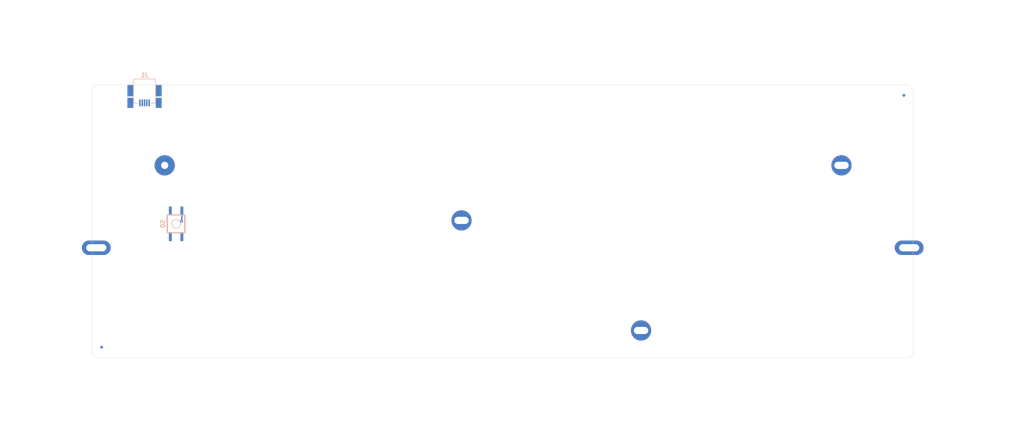
<source format=kicad_pcb>
(kicad_pcb (version 20171130) (host pcbnew "(6.0.0-rc1-dev-1469-g932b9a334)")

  (general
    (thickness 1.6)
    (drawings 22)
    (tracks 2)
    (zones 0)
    (modules 10)
    (nets 1)
  )

  (page A4)
  (layers
    (0 F.Cu signal)
    (31 B.Cu signal)
    (32 B.Adhes user)
    (33 F.Adhes user)
    (34 B.Paste user)
    (35 F.Paste user)
    (36 B.SilkS user)
    (37 F.SilkS user)
    (38 B.Mask user)
    (39 F.Mask user)
    (40 Dwgs.User user)
    (41 Cmts.User user)
    (42 Eco1.User user)
    (43 Eco2.User user)
    (44 Edge.Cuts user)
    (45 Margin user)
    (46 B.CrtYd user)
    (47 F.CrtYd user)
    (48 B.Fab user)
    (49 F.Fab user)
  )

  (setup
    (last_trace_width 0.25)
    (trace_clearance 0.2)
    (zone_clearance 0.508)
    (zone_45_only no)
    (trace_min 0.2)
    (via_size 0.8)
    (via_drill 0.4)
    (via_min_size 0.4)
    (via_min_drill 0.3)
    (uvia_size 0.3)
    (uvia_drill 0.1)
    (uvias_allowed no)
    (uvia_min_size 0.2)
    (uvia_min_drill 0.1)
    (edge_width 0.05)
    (segment_width 0.2)
    (pcb_text_width 0.3)
    (pcb_text_size 1.5 1.5)
    (mod_edge_width 0.12)
    (mod_text_size 1 1)
    (mod_text_width 0.15)
    (pad_size 1.524 1.524)
    (pad_drill 0.762)
    (pad_to_mask_clearance 0.051)
    (solder_mask_min_width 0.25)
    (aux_axis_origin 0 0)
    (visible_elements FFFFFF7F)
    (pcbplotparams
      (layerselection 0x010fc_ffffffff)
      (usegerberextensions false)
      (usegerberattributes false)
      (usegerberadvancedattributes false)
      (creategerberjobfile false)
      (excludeedgelayer true)
      (linewidth 0.100000)
      (plotframeref false)
      (viasonmask false)
      (mode 1)
      (useauxorigin false)
      (hpglpennumber 1)
      (hpglpenspeed 20)
      (hpglpendiameter 15.000000)
      (psnegative false)
      (psa4output false)
      (plotreference true)
      (plotvalue true)
      (plotinvisibletext false)
      (padsonsilk false)
      (subtractmaskfromsilk false)
      (outputformat 1)
      (mirror false)
      (drillshape 1)
      (scaleselection 1)
      (outputdirectory ""))
  )

  (net 0 "")

  (net_class Default "This is the default net class."
    (clearance 0.2)
    (trace_width 0.25)
    (via_dia 0.8)
    (via_drill 0.4)
    (uvia_dia 0.3)
    (uvia_drill 0.1)
  )

  (module dtsm:KSEM31GLFS (layer B.Cu) (tedit 56D0DB93) (tstamp 5D00489F)
    (at 34.551 93.398 270)
    (descr http://www.dip.com.tw/PDF/DTSJW-6-V.pdf)
    (tags "microswitch tact")
    (path /50440A9A)
    (attr smd)
    (fp_text reference S0 (at 0 4.6 90) (layer B.SilkS)
      (effects (font (size 1.524 1.524) (thickness 0.3048)) (justify mirror))
    )
    (fp_text value DTSM-6 (at 0.0991 -4.8006 270) (layer B.SilkS) hide
      (effects (font (size 1.524 1.524) (thickness 0.3048)) (justify mirror))
    )
    (fp_line (start -3.0988 -2.99974) (end -3.0988 2.99974) (layer B.SilkS) (width 0.381))
    (fp_line (start 3.0988 -2.99974) (end -3.0988 -2.99974) (layer B.SilkS) (width 0.381))
    (fp_line (start 3.0988 2.99974) (end 3.0988 -2.99974) (layer B.SilkS) (width 0.381))
    (fp_line (start -3.0988 2.99974) (end 3.0988 2.99974) (layer B.SilkS) (width 0.381))
    (fp_line (start -2.79908 3.0988) (end 2.79908 3.0988) (layer B.SilkS) (width 0.381))
    (fp_line (start -2.79908 -3.0988) (end 2.79908 -3.0988) (layer B.SilkS) (width 0.381))
    (fp_circle (center 0 0) (end 1.50114 0) (layer B.SilkS) (width 0.20066))
    (pad 3 smd rect (at -4.45 -1.999 270) (size 3.1 1) (layers B.Cu B.Paste B.Mask))
    (pad 2 smd rect (at 4.45 1.999 270) (size 3.1 1) (layers B.Cu B.Paste B.Mask))
    (pad 4 smd rect (at 4.45 -1.999 270) (size 3.1 1) (layers B.Cu B.Paste B.Mask))
    (pad 1 smd rect (at -4.45 2.0015 270) (size 3.1 1) (layers B.Cu B.Paste B.Mask))
    (model ${KIPRJMOD}/lib/dtsm.pretty/dtsm.wrl
      (at (xyz 0 0 0))
      (scale (xyz 390 390 390))
      (rotate (xyz 0 0 90))
    )
  )

  (module hole:FIDUCIAL (layer B.Cu) (tedit 56D0D8D0) (tstamp 5D00489B)
    (at 8.69 136.21)
    (fp_text reference FID (at 0.025 -2.45) (layer B.SilkS) hide
      (effects (font (size 1 1) (thickness 0.15)) (justify mirror))
    )
    (fp_text value FIDUCIAL (at 0.025 2.55) (layer B.Fab) hide
      (effects (font (size 1 1) (thickness 0.15)) (justify mirror))
    )
    (pad 1 connect circle (at 0 0) (size 1 1) (layers B.Cu B.Mask)
      (solder_mask_margin 0.5) (clearance 0.6))
  )

  (module hole:FIDUCIAL (layer B.Cu) (tedit 56D0D8D0) (tstamp 5D004897)
    (at 287.1 48.8)
    (fp_text reference FID (at 0.025 -2.45) (layer B.SilkS) hide
      (effects (font (size 1 1) (thickness 0.15)) (justify mirror))
    )
    (fp_text value FIDUCIAL (at 0.025 2.55) (layer B.Fab) hide
      (effects (font (size 1 1) (thickness 0.15)) (justify mirror))
    )
    (pad 1 connect circle (at 0 0) (size 1 1) (layers B.Cu B.Mask)
      (solder_mask_margin 0.5) (clearance 0.6))
  )

  (module hole:PKRHC (layer F.Cu) (tedit 56D0D3C0) (tstamp 5D004893)
    (at 30.5993 73.1008)
    (path switch_mx3)
    (attr virtual)
    (fp_text reference HOLE (at 0 5.08) (layer F.SilkS) hide
      (effects (font (size 1.524 1.524) (thickness 0.3048)))
    )
    (fp_text value VAL** (at 0.508 -4.826) (layer F.SilkS) hide
      (effects (font (size 1.524 1.524) (thickness 0.3048)))
    )
    (pad 1 thru_hole circle (at 0 0) (size 7.0013 7.0013) (drill 2.4994) (layers *.Cu *.Mask))
    (model cherry_mx1.wrl
      (at (xyz 0 0 0))
      (scale (xyz 1 1 1))
      (rotate (xyz 0 0 0))
    )
  )

  (module hole:PKRH (layer F.Cu) (tedit 56D0D44A) (tstamp 5D00488F)
    (at 133.6 92.2)
    (path switch_mx3)
    (attr virtual)
    (fp_text reference HOLE (at 0.1753 5.7861) (layer F.SilkS) hide
      (effects (font (size 1.524 1.524) (thickness 0.3048)))
    )
    (fp_text value VAL** (at 0.17526 -4.9022) (layer F.SilkS) hide
      (effects (font (size 1.524 1.524) (thickness 0.3048)))
    )
    (pad 1 thru_hole circle (at 0 0) (size 7.00024 7.00024) (drill oval 5.00126 2.49936) (layers *.Cu *.Mask))
    (model cherry_mx1.wrl
      (at (xyz 0 0 0))
      (scale (xyz 1 1 1))
      (rotate (xyz 0 0 0))
    )
  )

  (module hole:PKRH (layer F.Cu) (tedit 56D0D44A) (tstamp 5D00488B)
    (at 195.8994 130.4007)
    (path switch_mx3)
    (attr virtual)
    (fp_text reference HOLE (at 0.1753 5.7861) (layer F.SilkS) hide
      (effects (font (size 1.524 1.524) (thickness 0.3048)))
    )
    (fp_text value VAL** (at 0.17526 -4.9022) (layer F.SilkS) hide
      (effects (font (size 1.524 1.524) (thickness 0.3048)))
    )
    (pad 1 thru_hole circle (at 0 0) (size 7.00024 7.00024) (drill oval 5.00126 2.49936) (layers *.Cu *.Mask))
    (model cherry_mx1.wrl
      (at (xyz 0 0 0))
      (scale (xyz 1 1 1))
      (rotate (xyz 0 0 0))
    )
  )

  (module hole:PKRH (layer F.Cu) (tedit 56D0D5E4) (tstamp 5D004887)
    (at 265.4499 73.1008)
    (path switch_mx3)
    (attr virtual)
    (fp_text reference HOLE (at 0.1753 5.7861) (layer F.SilkS) hide
      (effects (font (size 1.524 1.524) (thickness 0.3048)))
    )
    (fp_text value VAL** (at 0.17526 -4.9022) (layer F.SilkS) hide
      (effects (font (size 1.524 1.524) (thickness 0.3048)))
    )
    (pad 1 thru_hole circle (at 0 0) (size 7.00024 7.00024) (drill oval 5.00126 2.49936) (layers *.Cu *.Mask))
    (model cherry_mx1.wrl
      (at (xyz 0 0 0))
      (scale (xyz 1 1 1))
      (rotate (xyz 0 0 0))
    )
  )

  (module hole:PKRHSL (layer F.Cu) (tedit 56D0D47B) (tstamp 5D004883)
    (at 6.8589 101.7012)
    (path switch_mx3)
    (attr virtual)
    (fp_text reference HOLE (at 0 4.675) (layer F.SilkS) hide
      (effects (font (size 1.524 1.524) (thickness 0.3048)))
    )
    (fp_text value VAL** (at 0.508 -4.826) (layer F.SilkS) hide
      (effects (font (size 1.524 1.524) (thickness 0.3048)))
    )
    (pad 1 thru_hole oval (at 0 0) (size 9.99998 5.00126) (drill oval 7.00024 2.49936) (layers *.Cu *.Mask))
    (model cherry_mx1.wrl
      (at (xyz 0 0 0))
      (scale (xyz 1 1 1))
      (rotate (xyz 0 0 0))
    )
  )

  (module hole:PKRHSL (layer F.Cu) (tedit 56D0D47B) (tstamp 5D00487F)
    (at 288.9412 101.7012)
    (path switch_mx3)
    (attr virtual)
    (fp_text reference HOLE (at 0 4.675) (layer F.SilkS) hide
      (effects (font (size 1.524 1.524) (thickness 0.3048)))
    )
    (fp_text value VAL** (at 0.508 -4.826) (layer F.SilkS) hide
      (effects (font (size 1.524 1.524) (thickness 0.3048)))
    )
    (pad 1 thru_hole oval (at 0 0) (size 9.99998 5.00126) (drill oval 7.00024 2.49936) (layers *.Cu *.Mask))
    (model cherry_mx1.wrl
      (at (xyz 0 0 0))
      (scale (xyz 1 1 1))
      (rotate (xyz 0 0 0))
    )
  )

  (module usb:67503 (layer B.Cu) (tedit 56D07CA8) (tstamp 5D00486C)
    (at 23.6 45.17 180)
    (descr http://www.tme.eu/pl/Document/af7e127923dc7f74ac659db082bbc882/mx54819.pdf)
    (tags 54819)
    (path /4F08252F)
    (attr smd)
    (fp_text reference J1 (at 0 3.375 180) (layer B.SilkS)
      (effects (font (size 1.524 1.524) (thickness 0.3048)) (justify mirror))
    )
    (fp_text value MINI (at 0 -1.275 180) (layer B.SilkS) hide
      (effects (font (size 1.524 1.524) (thickness 0.3048)) (justify mirror))
    )
    (fp_line (start 3.81 -6.35) (end 2.032 -6.35) (layer B.SilkS) (width 0.20066))
    (fp_line (start 3.81 2.032) (end 3.81 -6.35) (layer B.SilkS) (width 0.20066))
    (fp_line (start -3.81 2.032) (end 3.81 2.032) (layer B.SilkS) (width 0.20066))
    (fp_line (start -3.81 -6.35) (end -3.81 2.032) (layer B.SilkS) (width 0.20066))
    (fp_line (start -2.159 -6.35) (end -3.81 -6.35) (layer B.SilkS) (width 0.20066))
    (pad "" np_thru_hole circle (at -2.2 -3.9 180) (size 0.9 0.9) (drill 0.9) (layers *.Cu *.Mask B.SilkS))
    (pad "" np_thru_hole circle (at 2.2 -3.9 180) (size 0.9 0.9) (drill 0.9) (layers *.Cu *.Mask))
    (pad 5 smd oval (at -1.6002 -6.2509 180) (size 0.5004 2.5) (layers B.Cu B.Paste B.Mask))
    (pad 4 smd oval (at -0.8001 -6.2509 180) (size 0.5004 2.5) (layers B.Cu B.Paste B.Mask))
    (pad 1 smd oval (at 1.6002 -6.2509 180) (size 0.5004 2.5) (layers B.Cu B.Paste B.Mask))
    (pad 2 smd oval (at 0.8001 -6.2509 180) (size 0.5004 2.5) (layers B.Cu B.Paste B.Mask))
    (pad 3 smd oval (at 0 -6.2509 180) (size 0.5004 2.5) (layers B.Cu B.Paste B.Mask))
    (pad "" smd rect (at -4.92506 -6.25094 180) (size 2.04978 3.50012) (layers B.Cu B.Paste B.Mask))
    (pad "" smd rect (at 4.92506 -6.25094 180) (size 2.04978 3.50012) (layers B.Cu B.Paste B.Mask))
    (pad "" smd rect (at 4.92506 -1.99898 180) (size 2.04978 4.0005) (layers B.Cu B.Paste B.Mask))
    (pad "" smd rect (at -4.92506 -1.99898 180) (size 2.04978 4.0005) (layers B.Cu B.Paste B.Mask))
    (model ${KIPRJMOD}/lib/usb.pretty/usbmini.wrl
      (offset (xyz 0 -3.555999946594238 0))
      (scale (xyz 1 1 1))
      (rotate (xyz 0 0 180))
    )
  )

  (dimension 190.5 (width 0.3048) (layer Cmts.User) (tstamp 5D0048D0)
    (gr_text "190.500 mm" (at 100.65 155.6056) (layer Cmts.User) (tstamp 5D0048D0)
      (effects (font (size 2.032 1.524) (thickness 0.3048)))
    )
    (feature1 (pts (xy 5.4 130.4) (xy 5.4 157.2312)))
    (feature2 (pts (xy 195.9 130.4) (xy 195.9 157.2312)))
    (crossbar (pts (xy 195.9 153.98) (xy 5.4 153.98)))
    (arrow1a (pts (xy 5.4 153.98) (xy 6.526504 153.393579)))
    (arrow1b (pts (xy 5.4 153.98) (xy 6.526504 154.566421)))
    (arrow2a (pts (xy 195.9 153.98) (xy 194.773496 153.393579)))
    (arrow2b (pts (xy 195.9 153.98) (xy 194.773496 154.566421)))
  )
  (dimension 27.9 (width 0.3048) (layer Cmts.User) (tstamp 5D0048CD)
    (gr_text "27.900 mm" (at -8.7156 59.15 90) (layer Cmts.User) (tstamp 5D0048CD)
      (effects (font (size 2.032 1.524) (thickness 0.3048)))
    )
    (feature1 (pts (xy 30.62 45.2) (xy -10.3412 45.2)))
    (feature2 (pts (xy 30.62 73.1) (xy -10.3412 73.1)))
    (crossbar (pts (xy -7.09 73.1) (xy -7.09 45.2)))
    (arrow1a (pts (xy -7.09 45.2) (xy -6.503579 46.326504)))
    (arrow1b (pts (xy -7.09 45.2) (xy -7.676421 46.326504)))
    (arrow2a (pts (xy -7.09 73.1) (xy -6.503579 71.973496)))
    (arrow2b (pts (xy -7.09 73.1) (xy -7.676421 71.973496)))
  )
  (dimension 85.2 (width 0.3048) (layer Cmts.User) (tstamp 5D0048CB)
    (gr_text "85.200 mm" (at 317.3356 87.8 90) (layer Cmts.User) (tstamp 5D0048CB)
      (effects (font (size 2.032 1.524) (thickness 0.3048)))
    )
    (feature1 (pts (xy 195.9 45.2) (xy 318.9612 45.2)))
    (feature2 (pts (xy 195.9 130.4) (xy 318.9612 130.4)))
    (crossbar (pts (xy 315.71 130.4) (xy 315.71 45.2)))
    (arrow1a (pts (xy 315.71 45.2) (xy 316.296421 46.326504)))
    (arrow1b (pts (xy 315.71 45.2) (xy 315.123579 46.326504)))
    (arrow2a (pts (xy 315.71 130.4) (xy 316.296421 129.273496)))
    (arrow2b (pts (xy 315.71 130.4) (xy 315.123579 129.273496)))
  )
  (dimension 27.9 (width 0.3048) (layer Cmts.User) (tstamp 5D0048C9)
    (gr_text "27.900 mm" (at 303.1356 59.15 90) (layer Cmts.User) (tstamp 5D0048C9)
      (effects (font (size 2.032 1.524) (thickness 0.3048)))
    )
    (feature1 (pts (xy 265.45 45.2) (xy 304.7612 45.2)))
    (feature2 (pts (xy 265.45 73.1) (xy 304.7612 73.1)))
    (crossbar (pts (xy 301.51 73.1) (xy 301.51 45.2)))
    (arrow1a (pts (xy 301.51 45.2) (xy 302.096421 46.326504)))
    (arrow1b (pts (xy 301.51 45.2) (xy 300.923579 46.326504)))
    (arrow2a (pts (xy 301.51 73.1) (xy 302.096421 71.973496)))
    (arrow2b (pts (xy 301.51 73.1) (xy 300.923579 71.973496)))
  )
  (dimension 24.95 (width 0.3048) (layer Cmts.User) (tstamp 5D0048C7)
    (gr_text "24.950 mm" (at 277.925 18.254401) (layer Cmts.User) (tstamp 5D0048C7)
      (effects (font (size 2.032 1.524) (thickness 0.3048)))
    )
    (feature1 (pts (xy 290.4 73.1) (xy 290.4 16.628801)))
    (feature2 (pts (xy 265.45 73.1) (xy 265.45 16.628801)))
    (crossbar (pts (xy 265.45 19.880001) (xy 290.4 19.880001)))
    (arrow1a (pts (xy 290.4 19.880001) (xy 289.273496 20.466422)))
    (arrow1b (pts (xy 290.4 19.880001) (xy 289.273496 19.29358)))
    (arrow2a (pts (xy 265.45 19.880001) (xy 266.576504 20.466422)))
    (arrow2b (pts (xy 265.45 19.880001) (xy 266.576504 19.29358)))
  )
  (dimension 285 (width 0.3048) (layer Cmts.User) (tstamp 5D0048C5)
    (gr_text "285.000 mm" (at 147.9 164.005599) (layer Cmts.User) (tstamp 5D0048C5)
      (effects (font (size 2.032 1.524) (thickness 0.3048)))
    )
    (feature1 (pts (xy 290.4 137.72) (xy 290.4 165.631199)))
    (feature2 (pts (xy 5.4 137.72) (xy 5.4 165.631199)))
    (crossbar (pts (xy 5.4 162.379999) (xy 290.4 162.379999)))
    (arrow1a (pts (xy 290.4 162.379999) (xy 289.273496 162.96642)))
    (arrow1b (pts (xy 290.4 162.379999) (xy 289.273496 161.793578)))
    (arrow2a (pts (xy 5.4 162.379999) (xy 6.526504 162.96642)))
    (arrow2b (pts (xy 5.4 162.379999) (xy 6.526504 161.793578)))
  )
  (gr_line (start 7.4 45.2) (end 288.4 45.2) (angle 90) (layer Edge.Cuts) (width 0.0991) (tstamp 5D0048C4))
  (gr_line (start 290.4 47.1988) (end 290.4 137.8012) (angle 90) (layer Edge.Cuts) (width 0.0991) (tstamp 5D0048C3))
  (gr_line (start 288.4 139.8) (end 7.4 139.8) (angle 90) (layer Edge.Cuts) (width 0.0991) (tstamp 5D0048C2))
  (gr_line (start 5.4 137.8012) (end 5.4 47.1988) (angle 90) (layer Edge.Cuts) (width 0.0991) (tstamp 5D0048C1))
  (gr_arc (start 288.4 47.2) (end 288.4 45.2) (angle 90) (layer Edge.Cuts) (width 0.0991) (tstamp 5D0048C0))
  (gr_arc (start 288.4 137.8) (end 290.4 137.8) (angle 90) (layer Edge.Cuts) (width 0.0991) (tstamp 5D0048BF))
  (gr_arc (start 7.4 137.8) (end 7.4 139.8) (angle 90) (layer Edge.Cuts) (width 0.0991) (tstamp 5D0048BE))
  (gr_arc (start 7.4 47.2) (end 5.4 47.2) (angle 90) (layer Edge.Cuts) (width 0.0991) (tstamp 5D0048BD))
  (dimension 56.5 (width 0.3048) (layer Cmts.User) (tstamp 5D0048BB)
    (gr_text "56.500 mm" (at -19.9156 73.45 90) (layer Cmts.User) (tstamp 5D0048BB)
      (effects (font (size 2.032 1.524) (thickness 0.3048)))
    )
    (feature1 (pts (xy 6.86 45.2) (xy -21.5412 45.2)))
    (feature2 (pts (xy 6.86 101.7) (xy -21.5412 101.7)))
    (crossbar (pts (xy -18.29 101.7) (xy -18.29 45.2)))
    (arrow1a (pts (xy -18.29 45.2) (xy -17.703579 46.326504)))
    (arrow1b (pts (xy -18.29 45.2) (xy -18.876421 46.326504)))
    (arrow2a (pts (xy -18.29 101.7) (xy -17.703579 100.573496)))
    (arrow2b (pts (xy -18.29 101.7) (xy -18.876421 100.573496)))
  )
  (dimension 47 (width 0.3048) (layer Cmts.User) (tstamp 5D0048B9)
    (gr_text "47.000 mm" (at 309.8356 68.7 90) (layer Cmts.User) (tstamp 5D0048B9)
      (effects (font (size 2.032 1.524) (thickness 0.3048)))
    )
    (feature1 (pts (xy 133.62 45.2) (xy 311.4612 45.2)))
    (feature2 (pts (xy 133.62 92.2) (xy 311.4612 92.2)))
    (crossbar (pts (xy 308.21 92.2) (xy 308.21 45.2)))
    (arrow1a (pts (xy 308.21 45.2) (xy 308.796421 46.326504)))
    (arrow1b (pts (xy 308.21 45.2) (xy 307.623579 46.326504)))
    (arrow2a (pts (xy 308.21 92.2) (xy 308.796421 91.073496)))
    (arrow2b (pts (xy 308.21 92.2) (xy 307.623579 91.073496)))
  )
  (dimension 128.2 (width 0.3048) (layer Cmts.User) (tstamp 5D0048B7)
    (gr_text "128.200 mm" (at 69.5 18.154401) (layer Cmts.User) (tstamp 5D0048B7)
      (effects (font (size 2.032 1.524) (thickness 0.3048)))
    )
    (feature1 (pts (xy 5.4 92.2) (xy 5.4 16.528801)))
    (feature2 (pts (xy 133.6 92.2) (xy 133.6 16.528801)))
    (crossbar (pts (xy 133.6 19.780001) (xy 5.4 19.780001)))
    (arrow1a (pts (xy 5.4 19.780001) (xy 6.526504 19.19358)))
    (arrow1b (pts (xy 5.4 19.780001) (xy 6.526504 20.366422)))
    (arrow2a (pts (xy 133.6 19.780001) (xy 132.473496 19.19358)))
    (arrow2b (pts (xy 133.6 19.780001) (xy 132.473496 20.366422)))
  )
  (dimension 25.2 (width 0.3048) (layer Cmts.User) (tstamp 5D0048B5)
    (gr_text "25.200 mm" (at 18 24.8544) (layer Cmts.User) (tstamp 5D0048B5)
      (effects (font (size 2.032 1.524) (thickness 0.3048)))
    )
    (feature1 (pts (xy 5.4 73.1) (xy 5.4 23.2288)))
    (feature2 (pts (xy 30.6 73.1) (xy 30.6 23.2288)))
    (crossbar (pts (xy 30.6 26.48) (xy 5.4 26.48)))
    (arrow1a (pts (xy 5.4 26.48) (xy 6.526504 25.893579)))
    (arrow1b (pts (xy 5.4 26.48) (xy 6.526504 27.066421)))
    (arrow2a (pts (xy 30.6 26.48) (xy 29.473496 25.893579)))
    (arrow2b (pts (xy 30.6 26.48) (xy 29.473496 27.066421)))
  )
  (dimension 7 (width 0.3048) (layer Cmts.User) (tstamp 5D0048B3)
    (gr_text "7.000 mm" (at 17.1 30.4544) (layer Cmts.User) (tstamp 5D0048B3)
      (effects (font (size 2.032 1.524) (thickness 0.3048)))
    )
    (feature1 (pts (xy 23.6 45.2) (xy 23.6 28.8288)))
    (feature2 (pts (xy 30.6 45.2) (xy 30.6 28.8288)))
    (crossbar (pts (xy 30.6 32.08) (xy 23.6 32.08)))
    (arrow1a (pts (xy 23.6 32.08) (xy 24.726504 31.493579)))
    (arrow1b (pts (xy 23.6 32.08) (xy 24.726504 32.666421)))
    (arrow2a (pts (xy 30.6 32.08) (xy 29.473496 31.493579)))
    (arrow2b (pts (xy 30.6 32.08) (xy 29.473496 32.666421)))
  )
  (dimension 94.6 (width 0.3048) (layer Cmts.User) (tstamp 5D0048B1)
    (gr_text "94.600 mm" (at 326.8356 92.5 90) (layer Cmts.User) (tstamp 5D0048B1)
      (effects (font (size 2.032 1.524) (thickness 0.3048)))
    )
    (feature1 (pts (xy 288.21 45.2) (xy 328.4612 45.2)))
    (feature2 (pts (xy 288.21 139.8) (xy 328.4612 139.8)))
    (crossbar (pts (xy 325.21 139.8) (xy 325.21 45.2)))
    (arrow1a (pts (xy 325.21 45.2) (xy 325.796421 46.326504)))
    (arrow1b (pts (xy 325.21 45.2) (xy 324.623579 46.326504)))
    (arrow2a (pts (xy 325.21 139.8) (xy 325.796421 138.673496)))
    (arrow2b (pts (xy 325.21 139.8) (xy 324.623579 138.673496)))
  )
  (dimension 3.95 (width 0.3048) (layer Cmts.User) (tstamp 5D0048AF)
    (gr_text "3.950 mm" (at 41.575 24.8544) (layer Cmts.User) (tstamp 5D0048AF)
      (effects (font (size 2.032 1.524) (thickness 0.3048)))
    )
    (feature1 (pts (xy 30.6 73.1) (xy 30.6 23.2288)))
    (feature2 (pts (xy 34.55 73.1) (xy 34.55 23.2288)))
    (crossbar (pts (xy 34.55 26.48) (xy 30.6 26.48)))
    (arrow1a (pts (xy 30.6 26.48) (xy 31.726504 25.893579)))
    (arrow1b (pts (xy 30.6 26.48) (xy 31.726504 27.066421)))
    (arrow2a (pts (xy 34.55 26.48) (xy 33.423496 25.893579)))
    (arrow2b (pts (xy 34.55 26.48) (xy 33.423496 27.066421)))
  )
  (dimension 20.3 (width 0.3048) (layer Cmts.User) (tstamp 5D0048AD)
    (gr_text "20.300 mm" (at -8.7156 83.25 90) (layer Cmts.User) (tstamp 5D0048AD)
      (effects (font (size 2.032 1.524) (thickness 0.3048)))
    )
    (feature1 (pts (xy 30.6 73.1) (xy -10.3412 73.1)))
    (feature2 (pts (xy 30.6 93.4) (xy -10.3412 93.4)))
    (crossbar (pts (xy -7.09 93.4) (xy -7.09 73.1)))
    (arrow1a (pts (xy -7.09 73.1) (xy -6.503579 74.226504)))
    (arrow1b (pts (xy -7.09 73.1) (xy -7.676421 74.226504)))
    (arrow2a (pts (xy -7.09 93.4) (xy -6.503579 92.273496)))
    (arrow2b (pts (xy -7.09 93.4) (xy -7.676421 92.273496)))
  )

  (via (at 36.455 92.467) (size 1) (layers F.Cu B.Cu) (net 0) (tstamp 5D00486A))
  (segment (start 36.56 92.362) (end 36.56 88.968) (width 0.4064) (layer B.Cu) (net 0) (tstamp 5D00486B) (status 20))

)

</source>
